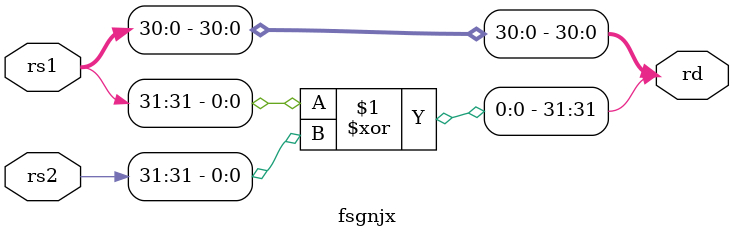
<source format=v>
`timescale 1ns/1ps
module fsgnj #(
    parameter WIDTH = 32
)(
    input   [WIDTH-1:0] rs1, rs2,
    output  [WIDTH-1:0] rd
);
    assign rd = {rs2[31], rs1[30:0]};
endmodule 

module fsgnjn #(
    parameter WIDTH = 32
)(
    input   [WIDTH-1:0] rs1, rs2,
    output  [WIDTH-1:0] rd
);
    assign rd = {~rs2[31], rs1[30:0]};
endmodule 

module fsgnjx #(
    parameter WIDTH = 32
)(
    input   [WIDTH-1:0] rs1, rs2,
    output  [WIDTH-1:0] rd
);
    assign rd = {rs1[31] ^ rs2[31], rs1[30:0]};
endmodule 
</source>
